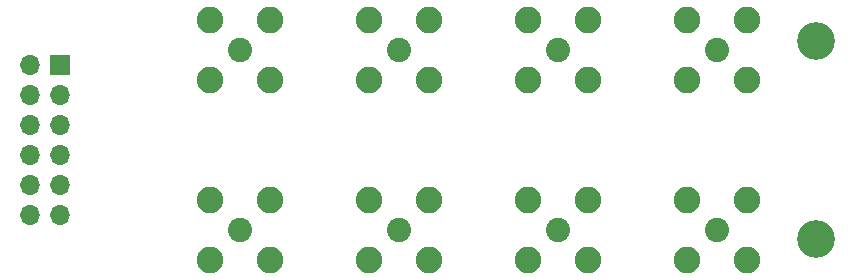
<source format=gbs>
G04 #@! TF.GenerationSoftware,KiCad,Pcbnew,(6.0.6)*
G04 #@! TF.CreationDate,2022-07-31T00:45:43+09:00*
G04 #@! TF.ProjectId,mt_pmodsma,6d745f70-6d6f-4647-936d-612e6b696361,rev?*
G04 #@! TF.SameCoordinates,Original*
G04 #@! TF.FileFunction,Soldermask,Bot*
G04 #@! TF.FilePolarity,Negative*
%FSLAX46Y46*%
G04 Gerber Fmt 4.6, Leading zero omitted, Abs format (unit mm)*
G04 Created by KiCad (PCBNEW (6.0.6)) date 2022-07-31 00:45:43*
%MOMM*%
%LPD*%
G01*
G04 APERTURE LIST*
%ADD10C,2.050000*%
%ADD11C,2.250000*%
%ADD12R,1.700000X1.700000*%
%ADD13O,1.700000X1.700000*%
%ADD14C,3.200000*%
G04 APERTURE END LIST*
D10*
X138176000Y-119380000D03*
D11*
X135636000Y-116840000D03*
X135636000Y-121920000D03*
X140716000Y-116840000D03*
X140716000Y-121920000D03*
D12*
X82570000Y-105435000D03*
D13*
X80030000Y-105435000D03*
X82570000Y-107975000D03*
X80030000Y-107975000D03*
X82570000Y-110515000D03*
X80030000Y-110515000D03*
X82570000Y-113055000D03*
X80030000Y-113055000D03*
X82570000Y-115595000D03*
X80030000Y-115595000D03*
X82570000Y-118135000D03*
X80030000Y-118135000D03*
D10*
X97790000Y-119380000D03*
D11*
X100330000Y-116840000D03*
X95250000Y-121920000D03*
X95250000Y-116840000D03*
X100330000Y-121920000D03*
D10*
X111252000Y-119380000D03*
D11*
X108712000Y-121920000D03*
X113792000Y-121920000D03*
X108712000Y-116840000D03*
X113792000Y-116840000D03*
D10*
X111252000Y-104140000D03*
D11*
X113792000Y-106680000D03*
X113792000Y-101600000D03*
X108712000Y-106680000D03*
X108712000Y-101600000D03*
D14*
X146558000Y-103378000D03*
D10*
X138176000Y-104140000D03*
D11*
X135636000Y-101600000D03*
X135636000Y-106680000D03*
X140716000Y-101600000D03*
X140716000Y-106680000D03*
D10*
X124714000Y-119380000D03*
D11*
X122174000Y-116840000D03*
X127254000Y-121920000D03*
X127254000Y-116840000D03*
X122174000Y-121920000D03*
D14*
X146558000Y-120142000D03*
D10*
X97790000Y-104140000D03*
D11*
X100330000Y-101600000D03*
X95250000Y-101600000D03*
X100330000Y-106680000D03*
X95250000Y-106680000D03*
D10*
X124714000Y-104140000D03*
D11*
X122174000Y-106680000D03*
X127254000Y-101600000D03*
X122174000Y-101600000D03*
X127254000Y-106680000D03*
M02*

</source>
